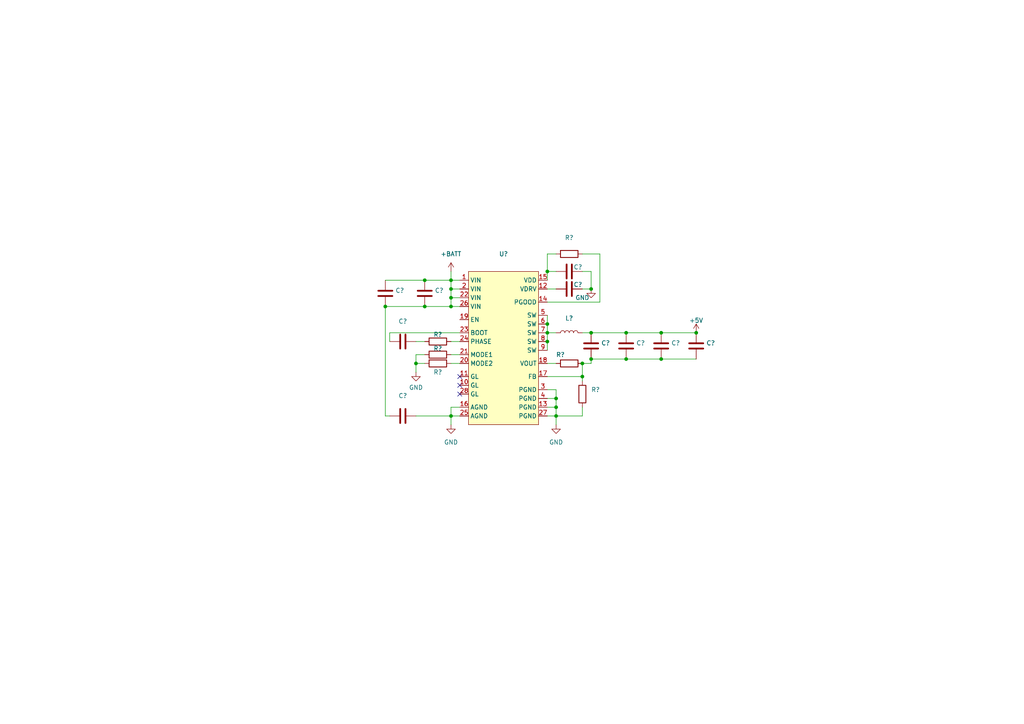
<source format=kicad_sch>
(kicad_sch (version 20211123) (generator eeschema)
  (paper "A4")
  (lib_symbols
    (symbol "Device:C" (pin_numbers hide) (pin_names (offset 0.254))
      (property "Reference" "C" (at 0.635 2.54 0))
      (property "Value" "C" (at 0.635 -2.54 0))
      (symbol "C_0_1"
        (polyline (pts (xy -2.032 -0.762) (xy 2.032 -0.762)) (stroke (width 0.508)))
        (polyline (pts (xy -2.032 0.762) (xy 2.032 0.762)) (stroke (width 0.508)))
      )
      (symbol "C_1_1"
        (pin passive line (at 0 3.81 270) (length 2.794) (name "~") (number "1"))
        (pin passive line (at 0 -3.81 90) (length 2.794) (name "~") (number "2"))
      )
    )
    (symbol "Device:L" (pin_numbers hide) (pin_names (offset 1.016) hide)
      (property "Reference" "L" (at -1.27 0 90))
      (property "Value" "L" (at 1.905 0 90))
      (symbol "L_0_1"
        (arc (start 0 -2.54) (mid 0.635 -1.905) (end 0 -1.27))
        (arc (start 0 -1.27) (mid 0.635 -0.635) (end 0 0))
        (arc (start 0 0) (mid 0.635 0.635) (end 0 1.27))
        (arc (start 0 1.27) (mid 0.635 1.905) (end 0 2.54))
      )
      (symbol "L_1_1"
        (pin passive line (at 0 3.81 270) (length 1.27) (name "1") (number "1"))
        (pin passive line (at 0 -3.81 90) (length 1.27) (name "2") (number "2"))
      )
    )
    (symbol "Device:R" (pin_numbers hide) (pin_names (offset 0))
      (property "Reference" "R" (at 2.032 0 90))
      (property "Value" "R" (at 0 0 90))
      (symbol "R_0_1"
        (rectangle (start -1.016 -2.54) (end 1.016 2.54) (stroke (width 0.254)))
      )
      (symbol "R_1_1"
        (pin passive line (at 0 3.81 270) (length 1.27) (name "~") (number "1"))
        (pin passive line (at 0 -3.81 90) (length 1.27) (name "~") (number "2"))
      )
    )
    (symbol "Voltage_Regulators_Switching:SIC43x"
      (property "Reference" "U" (at 0 5.08 0))
      (property "Value" "SIC43x" (at 0 2.54 0))
      (symbol "SIC43x_0_1"
        (rectangle (start -10.16 1.27) (end 10.16 -43.18) (stroke (width 0.1524)) (fill (type background)))
      )
      (symbol "SIC43x_1_1"
        (pin power_in line (at -12.7 -1.27 0) (length 2.54) (name "VIN") (number "1"))
        (pin input line (at -12.7 -31.75 0) (length 2.54) (name "GL") (number "10"))
        (pin input line (at -12.7 -29.21 0) (length 2.54) (name "GL") (number "11"))
        (pin input line (at 12.7 -3.81 180) (length 2.54) (name "VDRV") (number "12"))
        (pin power_in line (at 12.7 -38.1 180) (length 2.54) (name "PGND") (number "13"))
        (pin input line (at 12.7 -7.62 180) (length 2.54) (name "PGOOD") (number "14"))
        (pin input line (at 12.7 -1.27 180) (length 2.54) (name "VDD") (number "15"))
        (pin power_in line (at -12.7 -38.1 0) (length 2.54) (name "AGND") (number "16"))
        (pin input line (at 12.7 -29.21 180) (length 2.54) (name "FB") (number "17"))
        (pin input line (at 12.7 -25.4 180) (length 2.54) (name "VOUT") (number "18"))
        (pin input line (at -12.7 -12.7 0) (length 2.54) (name "EN") (number "19"))
        (pin power_in line (at -12.7 -3.81 0) (length 2.54) (name "VIN") (number "2"))
        (pin input line (at -12.7 -25.4 0) (length 2.54) (name "MODE2") (number "20"))
        (pin input line (at -12.7 -22.86 0) (length 2.54) (name "MODE1") (number "21"))
        (pin power_in line (at -12.7 -6.35 0) (length 2.54) (name "VIN") (number "22"))
        (pin input line (at -12.7 -16.51 0) (length 2.54) (name "BOOT") (number "23"))
        (pin input line (at -12.7 -19.05 0) (length 2.54) (name "PHASE") (number "24"))
        (pin power_in line (at -12.7 -40.64 0) (length 2.54) (name "AGND") (number "25"))
        (pin power_in line (at -12.7 -8.89 0) (length 2.54) (name "VIN") (number "26"))
        (pin power_in line (at 12.7 -40.64 180) (length 2.54) (name "PGND") (number "27"))
        (pin input line (at -12.7 -34.29 0) (length 2.54) (name "GL") (number "28"))
        (pin power_in line (at 12.7 -33.02 180) (length 2.54) (name "PGND") (number "3"))
        (pin power_in line (at 12.7 -35.56 180) (length 2.54) (name "PGND") (number "4"))
        (pin input line (at 12.7 -11.43 180) (length 2.54) (name "SW") (number "5"))
        (pin input line (at 12.7 -13.97 180) (length 2.54) (name "SW") (number "6"))
        (pin input line (at 12.7 -16.51 180) (length 2.54) (name "SW") (number "7"))
        (pin input line (at 12.7 -19.05 180) (length 2.54) (name "SW") (number "8"))
        (pin input line (at 12.7 -21.59 180) (length 2.54) (name "SW") (number "9"))
      )
    )
    (symbol "power:+5V" (power) (pin_names (offset 0))
      (property "Value" "+5V" (at 0 3.556 0))
      (symbol "+5V_0_1"
        (polyline (pts (xy -0.762 1.27) (xy 0 2.54)))
        (polyline (pts (xy 0 0) (xy 0 2.54)))
        (polyline (pts (xy 0 2.54) (xy 0.762 1.27)))
      )
      (symbol "+5V_1_1"
        (pin power_in line (at 0 0 90) (length 0) hide (name "+5V") (number "1"))
      )
    )
    (symbol "power:+BATT" (power) (pin_names (offset 0))
      (property "Value" "+BATT" (at 0 3.556 0))
      (symbol "+BATT_0_1"
        (polyline (pts (xy -0.762 1.27) (xy 0 2.54)))
        (polyline (pts (xy 0 0) (xy 0 2.54)))
        (polyline (pts (xy 0 2.54) (xy 0.762 1.27)))
      )
      (symbol "+BATT_1_1"
        (pin power_in line (at 0 0 90) (length 0) hide (name "+BATT") (number "1"))
      )
    )
    (symbol "power:GND" (power) (pin_names (offset 0))
      (property "Value" "GND" (at 0 -3.81 0))
      (symbol "GND_0_1"
        (polyline (pts (xy 0 0) (xy 0 -1.27) (xy 1.27 -1.27) (xy 0 -2.54) (xy -1.27 -1.27) (xy 0 -1.27)))
      )
      (symbol "GND_1_1"
        (pin power_in line (at 0 0 270) (length 0) hide (name "GND") (number "1"))
      )
    )
  )
  (junction (at 171.45 96.52))
  (junction (at 158.75 93.98))
  (junction (at 158.75 96.52))
  (junction (at 191.77 104.14))
  (junction (at 130.81 88.9))
  (junction (at 171.45 104.14))
  (junction (at 161.29 115.57))
  (junction (at 130.81 120.65))
  (junction (at 168.91 105.41))
  (junction (at 123.19 81.28))
  (junction (at 158.75 78.74))
  (junction (at 181.61 96.52))
  (junction (at 191.77 96.52))
  (junction (at 181.61 104.14))
  (junction (at 111.76 88.9))
  (junction (at 120.65 105.41))
  (junction (at 171.45 83.82))
  (junction (at 123.19 88.9))
  (junction (at 130.81 83.82))
  (junction (at 130.81 81.28))
  (junction (at 130.81 86.36))
  (junction (at 161.29 118.11))
  (junction (at 168.91 109.22))
  (junction (at 201.93 96.52))
  (junction (at 158.75 99.06))
  (junction (at 161.29 120.65))
  (no_connect (at 133.35 114.3))
  (no_connect (at 133.35 111.76))
  (no_connect (at 133.35 109.22))
  (wire (pts (xy 161.29 113.03) (xy 158.75 113.03)))
  (wire (pts (xy 161.29 73.66) (xy 158.75 73.66)))
  (wire (pts (xy 130.81 86.36) (xy 133.35 86.36)))
  (wire (pts (xy 130.81 81.28) (xy 130.81 78.74)))
  (wire (pts (xy 130.81 81.28) (xy 133.35 81.28)))
  (wire (pts (xy 113.03 96.52) (xy 133.35 96.52)))
  (wire (pts (xy 130.81 88.9) (xy 130.81 86.36)))
  (wire (pts (xy 191.77 104.14) (xy 201.93 104.14)))
  (wire (pts (xy 130.81 99.06) (xy 133.35 99.06)))
  (wire (pts (xy 161.29 118.11) (xy 161.29 115.57)))
  (wire (pts (xy 168.91 96.52) (xy 171.45 96.52)))
  (wire (pts (xy 158.75 81.28) (xy 158.75 78.74)))
  (wire (pts (xy 168.91 78.74) (xy 171.45 78.74)))
  (wire (pts (xy 158.75 93.98) (xy 158.75 96.52)))
  (wire (pts (xy 113.03 99.06) (xy 113.03 96.52)))
  (wire (pts (xy 158.75 78.74) (xy 161.29 78.74)))
  (wire (pts (xy 120.65 99.06) (xy 123.19 99.06)))
  (wire (pts (xy 181.61 104.14) (xy 191.77 104.14)))
  (wire (pts (xy 111.76 120.65) (xy 113.03 120.65)))
  (wire (pts (xy 171.45 105.41) (xy 168.91 105.41)))
  (wire (pts (xy 133.35 88.9) (xy 130.81 88.9)))
  (wire (pts (xy 111.76 88.9) (xy 123.19 88.9)))
  (wire (pts (xy 168.91 109.22) (xy 158.75 109.22)))
  (wire (pts (xy 111.76 81.28) (xy 123.19 81.28)))
  (wire (pts (xy 168.91 109.22) (xy 168.91 110.49)))
  (wire (pts (xy 158.75 96.52) (xy 161.29 96.52)))
  (wire (pts (xy 120.65 105.41) (xy 120.65 102.87)))
  (wire (pts (xy 130.81 86.36) (xy 130.81 83.82)))
  (wire (pts (xy 123.19 81.28) (xy 130.81 81.28)))
  (wire (pts (xy 173.99 87.63) (xy 158.75 87.63)))
  (wire (pts (xy 111.76 88.9) (xy 111.76 120.65)))
  (wire (pts (xy 120.65 102.87) (xy 123.19 102.87)))
  (wire (pts (xy 173.99 73.66) (xy 173.99 87.63)))
  (wire (pts (xy 158.75 96.52) (xy 158.75 99.06)))
  (wire (pts (xy 168.91 120.65) (xy 161.29 120.65)))
  (wire (pts (xy 171.45 104.14) (xy 181.61 104.14)))
  (wire (pts (xy 158.75 83.82) (xy 161.29 83.82)))
  (wire (pts (xy 158.75 115.57) (xy 161.29 115.57)))
  (wire (pts (xy 161.29 120.65) (xy 161.29 123.19)))
  (wire (pts (xy 130.81 105.41) (xy 133.35 105.41)))
  (wire (pts (xy 130.81 102.87) (xy 133.35 102.87)))
  (wire (pts (xy 120.65 120.65) (xy 130.81 120.65)))
  (wire (pts (xy 158.75 91.44) (xy 158.75 93.98)))
  (wire (pts (xy 130.81 83.82) (xy 133.35 83.82)))
  (wire (pts (xy 130.81 83.82) (xy 130.81 81.28)))
  (wire (pts (xy 123.19 88.9) (xy 130.81 88.9)))
  (wire (pts (xy 161.29 120.65) (xy 161.29 118.11)))
  (wire (pts (xy 123.19 105.41) (xy 120.65 105.41)))
  (wire (pts (xy 161.29 115.57) (xy 161.29 113.03)))
  (wire (pts (xy 158.75 120.65) (xy 161.29 120.65)))
  (wire (pts (xy 168.91 83.82) (xy 171.45 83.82)))
  (wire (pts (xy 133.35 120.65) (xy 130.81 120.65)))
  (wire (pts (xy 171.45 96.52) (xy 181.61 96.52)))
  (wire (pts (xy 158.75 118.11) (xy 161.29 118.11)))
  (wire (pts (xy 133.35 118.11) (xy 130.81 118.11)))
  (wire (pts (xy 168.91 105.41) (xy 168.91 109.22)))
  (wire (pts (xy 191.77 96.52) (xy 201.93 96.52)))
  (wire (pts (xy 181.61 96.52) (xy 191.77 96.52)))
  (wire (pts (xy 168.91 73.66) (xy 173.99 73.66)))
  (wire (pts (xy 130.81 120.65) (xy 130.81 123.19)))
  (wire (pts (xy 130.81 118.11) (xy 130.81 120.65)))
  (wire (pts (xy 120.65 105.41) (xy 120.65 107.95)))
  (wire (pts (xy 158.75 99.06) (xy 158.75 101.6)))
  (wire (pts (xy 171.45 78.74) (xy 171.45 83.82)))
  (wire (pts (xy 158.75 73.66) (xy 158.75 78.74)))
  (wire (pts (xy 158.75 105.41) (xy 161.29 105.41)))
  (wire (pts (xy 168.91 118.11) (xy 168.91 120.65)))
  (wire (pts (xy 171.45 104.14) (xy 171.45 105.41)))
  (symbol (lib_id "Voltage_Regulators_Switching:SIC43x") (at 146.05 80.01 0) (unit 1)
    (property "Reference" "U?" (at 146.05 73.66 0))
    (property "Datasheet" "https://www.vishay.com/docs/75921/sic437.pdf" (effects hide))
  )
  (symbol (lib_id "Device:C") (at 165.1 78.74 90) (unit 1)
    (property "Reference" "C?" (at 167.64 77.47 90))
  )
  (symbol (lib_id "Device:C") (at 201.93 100.33 0) (unit 1)
    (property "Reference" "C?" (at 204.851 99.4953 0) (effects (justify left)))
  )
  (symbol (lib_id "Device:C") (at 165.1 83.82 90) (unit 1)
    (property "Reference" "C?" (at 167.64 82.55 90))
  )
  (symbol (lib_id "Device:C") (at 181.61 100.33 0) (unit 1)
    (property "Reference" "C?" (at 184.531 99.4953 0) (effects (justify left)))
  )
  (symbol (lib_id "Device:C") (at 191.77 100.33 0) (unit 1)
    (property "Reference" "C?" (at 194.691 99.4953 0) (effects (justify left)))
  )
  (symbol (lib_id "Device:R") (at 127 99.06 90) (unit 1)
    (property "Reference" "R?" (at 127 97.028 90))
  )
  (symbol (lib_id "power:GND") (at 130.81 123.19 0) (unit 1)
    (property "Reference" "#PWR?" (effects hide))
  )
  (symbol (lib_id "Device:L") (at 165.1 96.52 90) (unit 1)
    (property "Reference" "L?" (at 165.1 92.3122 90))
  )
  (symbol (lib_id "Device:R") (at 165.1 73.66 90) (unit 1)
    (property "Reference" "R?" (at 165.1 68.9442 90))
  )
  (symbol (lib_id "Device:C") (at 116.84 99.06 90) (unit 1)
    (property "Reference" "C?" (at 116.84 93.2012 90))
  )
  (symbol (lib_id "Device:C") (at 171.45 100.33 0) (unit 1)
    (property "Reference" "C?" (at 174.371 99.4953 0) (effects (justify left)))
  )
  (symbol (lib_id "power:+5V") (at 201.93 96.52 0) (unit 1)
    (property "Reference" "#PWR?" (effects hide))
  )
  (symbol (lib_id "Device:R") (at 127 105.41 90) (unit 1)
    (property "Reference" "R?" (at 127 107.95 90))
  )
  (symbol (lib_id "Device:R") (at 165.1 105.41 90) (unit 1)
    (property "Reference" "R?" (at 162.56 102.87 90))
  )
  (symbol (lib_id "power:+BATT") (at 130.81 78.74 0) (unit 1)
    (property "Reference" "#PWR?" (effects hide))
  )
  (symbol (lib_id "power:GND") (at 161.29 123.19 0) (unit 1)
    (property "Reference" "#PWR?" (effects hide))
  )
  (symbol (lib_id "Device:R") (at 168.91 114.3 0) (unit 1)
    (property "Reference" "R?" (at 171.45 113.0299 0) (effects (justify left)))
  )
  (symbol (lib_id "Device:C") (at 123.19 85.09 0) (unit 1)
    (property "Reference" "C?" (at 126.111 84.2553 0) (effects (justify left)))
  )
  (symbol (lib_id "Device:C") (at 111.76 85.09 0) (unit 1)
    (property "Reference" "C?" (at 114.681 84.2553 0) (effects (justify left)))
  )
  (symbol (lib_id "power:GND") (at 171.45 83.82 0) (unit 1)
    (property "Reference" "#PWR?" (effects hide))
  )
  (symbol (lib_id "Device:C") (at 116.84 120.65 90) (unit 1)
    (property "Reference" "C?" (at 116.84 114.7912 90))
  )
  (symbol (lib_id "power:GND") (at 120.65 107.95 0) (unit 1)
    (property "Reference" "#PWR?" (effects hide))
  )
  (symbol (lib_id "Device:R") (at 127 102.87 90) (unit 1)
    (property "Reference" "R?" (at 127 101.092 90))
  )
)
</source>
